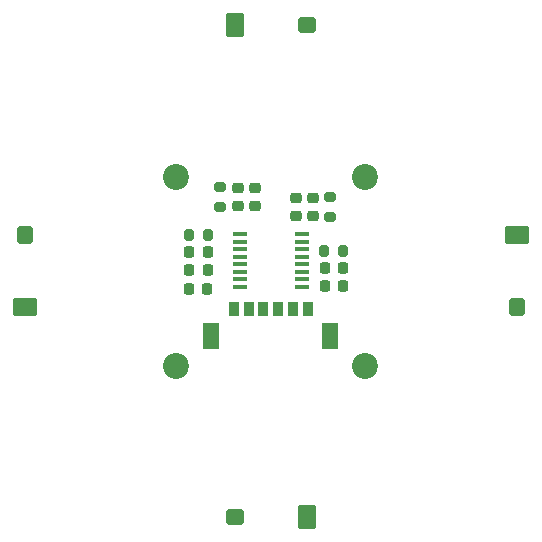
<source format=gbr>
%TF.GenerationSoftware,KiCad,Pcbnew,9.0.1*%
%TF.CreationDate,2025-04-07T22:57:10-07:00*%
%TF.ProjectId,Piramide_Del_Sol,50697261-6d69-4646-955f-44656c5f536f,3.2*%
%TF.SameCoordinates,Original*%
%TF.FileFunction,Soldermask,Top*%
%TF.FilePolarity,Negative*%
%FSLAX46Y46*%
G04 Gerber Fmt 4.6, Leading zero omitted, Abs format (unit mm)*
G04 Created by KiCad (PCBNEW 9.0.1) date 2025-04-07 22:57:10*
%MOMM*%
%LPD*%
G01*
G04 APERTURE LIST*
G04 Aperture macros list*
%AMRoundRect*
0 Rectangle with rounded corners*
0 $1 Rounding radius*
0 $2 $3 $4 $5 $6 $7 $8 $9 X,Y pos of 4 corners*
0 Add a 4 corners polygon primitive as box body*
4,1,4,$2,$3,$4,$5,$6,$7,$8,$9,$2,$3,0*
0 Add four circle primitives for the rounded corners*
1,1,$1+$1,$2,$3*
1,1,$1+$1,$4,$5*
1,1,$1+$1,$6,$7*
1,1,$1+$1,$8,$9*
0 Add four rect primitives between the rounded corners*
20,1,$1+$1,$2,$3,$4,$5,0*
20,1,$1+$1,$4,$5,$6,$7,0*
20,1,$1+$1,$6,$7,$8,$9,0*
20,1,$1+$1,$8,$9,$2,$3,0*%
G04 Aperture macros list end*
%ADD10RoundRect,0.187500X0.862500X-0.562500X0.862500X0.562500X-0.862500X0.562500X-0.862500X-0.562500X0*%
%ADD11RoundRect,0.162500X0.487500X-0.587500X0.487500X0.587500X-0.487500X0.587500X-0.487500X-0.587500X0*%
%ADD12RoundRect,0.175000X0.825000X-0.525000X0.825000X0.525000X-0.825000X0.525000X-0.825000X-0.525000X0*%
%ADD13RoundRect,0.150000X0.450000X-0.550000X0.450000X0.550000X-0.450000X0.550000X-0.450000X-0.550000X0*%
%ADD14RoundRect,0.187500X0.562500X0.862500X-0.562500X0.862500X-0.562500X-0.862500X0.562500X-0.862500X0*%
%ADD15RoundRect,0.162500X0.587500X0.487500X-0.587500X0.487500X-0.587500X-0.487500X0.587500X-0.487500X0*%
%ADD16RoundRect,0.175000X0.525000X0.825000X-0.525000X0.825000X-0.525000X-0.825000X0.525000X-0.825000X0*%
%ADD17RoundRect,0.150000X0.550000X0.450000X-0.550000X0.450000X-0.550000X-0.450000X0.550000X-0.450000X0*%
%ADD18RoundRect,0.225000X0.225000X0.250000X-0.225000X0.250000X-0.225000X-0.250000X0.225000X-0.250000X0*%
%ADD19RoundRect,0.225000X-0.250000X0.225000X-0.250000X-0.225000X0.250000X-0.225000X0.250000X0.225000X0*%
%ADD20RoundRect,0.187500X-0.862500X0.562500X-0.862500X-0.562500X0.862500X-0.562500X0.862500X0.562500X0*%
%ADD21RoundRect,0.162500X-0.487500X0.587500X-0.487500X-0.587500X0.487500X-0.587500X0.487500X0.587500X0*%
%ADD22RoundRect,0.175000X-0.825000X0.525000X-0.825000X-0.525000X0.825000X-0.525000X0.825000X0.525000X0*%
%ADD23RoundRect,0.150000X-0.450000X0.550000X-0.450000X-0.550000X0.450000X-0.550000X0.450000X0.550000X0*%
%ADD24RoundRect,0.200000X-0.200000X-0.275000X0.200000X-0.275000X0.200000X0.275000X-0.200000X0.275000X0*%
%ADD25RoundRect,0.225000X-0.225000X-0.250000X0.225000X-0.250000X0.225000X0.250000X-0.225000X0.250000X0*%
%ADD26RoundRect,0.200000X-0.275000X0.200000X-0.275000X-0.200000X0.275000X-0.200000X0.275000X0.200000X0*%
%ADD27R,0.838200X1.295400*%
%ADD28R,1.397000X2.260600*%
%ADD29RoundRect,0.200000X0.200000X0.275000X-0.200000X0.275000X-0.200000X-0.275000X0.200000X-0.275000X0*%
%ADD30C,2.200000*%
%ADD31R,1.200000X0.400000*%
%ADD32RoundRect,0.187500X-0.562500X-0.862500X0.562500X-0.862500X0.562500X0.862500X-0.562500X0.862500X0*%
%ADD33RoundRect,0.162500X-0.587500X-0.487500X0.587500X-0.487500X0.587500X0.487500X-0.587500X0.487500X0*%
%ADD34RoundRect,0.175000X-0.525000X-0.825000X0.525000X-0.825000X0.525000X0.825000X-0.525000X0.825000X0*%
%ADD35RoundRect,0.150000X-0.550000X-0.450000X0.550000X-0.450000X0.550000X0.450000X-0.550000X0.450000X0*%
G04 APERTURE END LIST*
D10*
%TO.C,D4*%
X158800000Y-94950000D03*
D11*
X158800000Y-101050000D03*
D12*
X158800000Y-94950000D03*
D13*
X158800000Y-101050000D03*
%TD*%
D14*
%TO.C,D1*%
X134950000Y-77200000D03*
D15*
X141050000Y-77200000D03*
D16*
X134950000Y-77200000D03*
D17*
X141050000Y-77200000D03*
%TD*%
D18*
%TO.C,C5*%
X144085000Y-99227751D03*
X142535000Y-99227751D03*
%TD*%
D19*
%TO.C,C7*%
X140080000Y-91820000D03*
X140080000Y-93370000D03*
%TD*%
D20*
%TO.C,D2*%
X117200000Y-101050000D03*
D21*
X117200000Y-94950000D03*
D22*
X117200000Y-101050000D03*
D23*
X117200000Y-94950000D03*
%TD*%
D24*
%TO.C,R2*%
X131045000Y-94960000D03*
X132695000Y-94960000D03*
%TD*%
D25*
%TO.C,C4*%
X131095000Y-96430000D03*
X132645000Y-96430000D03*
%TD*%
D26*
%TO.C,R4*%
X143000000Y-91775000D03*
X143000000Y-93425000D03*
%TD*%
D19*
%TO.C,C8*%
X141540000Y-91825000D03*
X141540000Y-93375000D03*
%TD*%
D27*
%TO.C,J1*%
X134849999Y-101205001D03*
X136099999Y-101205001D03*
X137349999Y-101205001D03*
X138599999Y-101205001D03*
X139849999Y-101205001D03*
X141099999Y-101205001D03*
D28*
X142999999Y-103499891D03*
X132949999Y-103499891D03*
%TD*%
D29*
%TO.C,R3*%
X144135000Y-96300000D03*
X142485000Y-96300000D03*
%TD*%
D30*
%TO.C,H1*%
X130000000Y-90000000D03*
%TD*%
D18*
%TO.C,C6*%
X144085000Y-97763800D03*
X142535000Y-97763800D03*
%TD*%
D26*
%TO.C,R1*%
X133710001Y-90925000D03*
X133710001Y-92575000D03*
%TD*%
D19*
%TO.C,C1*%
X136630000Y-90975000D03*
X136630000Y-92525000D03*
%TD*%
D25*
%TO.C,C3*%
X131095000Y-97890000D03*
X132645000Y-97890000D03*
%TD*%
D30*
%TO.C,H2*%
X130000000Y-106000000D03*
%TD*%
D18*
%TO.C,C9*%
X132625000Y-99550000D03*
X131075000Y-99550000D03*
%TD*%
D30*
%TO.C,H4*%
X146000000Y-90000000D03*
%TD*%
%TO.C,H3*%
X146000000Y-106000000D03*
%TD*%
D31*
%TO.C,U1*%
X135400000Y-94877500D03*
X135400000Y-95512500D03*
X135400000Y-96147500D03*
X135400000Y-96782500D03*
X135400000Y-97417500D03*
X135400000Y-98052500D03*
X135400000Y-98687500D03*
X135400000Y-99322500D03*
X140600000Y-99322500D03*
X140600000Y-98687500D03*
X140600000Y-98052500D03*
X140600000Y-97417500D03*
X140600000Y-96782500D03*
X140600000Y-96147500D03*
X140600000Y-95512500D03*
X140600000Y-94877500D03*
%TD*%
D19*
%TO.C,C2*%
X135170000Y-90975000D03*
X135170000Y-92525000D03*
%TD*%
D32*
%TO.C,D3*%
X141050000Y-118800000D03*
D33*
X134950000Y-118800000D03*
D34*
X141050000Y-118800000D03*
D35*
X134950000Y-118800000D03*
%TD*%
M02*

</source>
